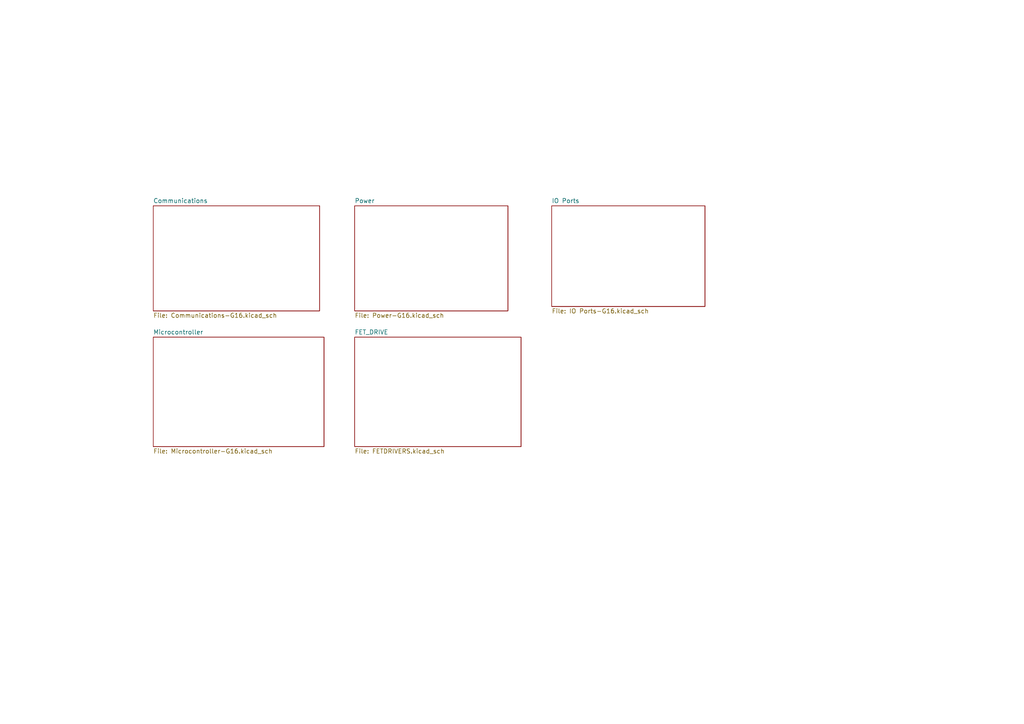
<source format=kicad_sch>
(kicad_sch
	(version 20250114)
	(generator "eeschema")
	(generator_version "9.0")
	(uuid "a29253d5-3031-4f43-a0bf-89c702fd3c62")
	(paper "A4")
	(title_block
		(title "Controller for Flooding Diorama")
		(date "2025-11-21")
		(rev "Revision 1")
		(company "Idaho State University College of Technology")
		(comment 1 "RCET Program")
		(comment 2 "Drawn By: Jacob Horsley")
	)
	(lib_symbols)
	(sheet
		(at 160.02 59.69)
		(size 44.45 29.21)
		(exclude_from_sim no)
		(in_bom yes)
		(on_board yes)
		(dnp no)
		(fields_autoplaced yes)
		(stroke
			(width 0.1524)
			(type solid)
		)
		(fill
			(color 0 0 0 0.0000)
		)
		(uuid "073d8b06-777b-498e-aca0-e4833ceef0ce")
		(property "Sheetname" "IO Ports"
			(at 160.02 58.9784 0)
			(effects
				(font
					(size 1.27 1.27)
				)
				(justify left bottom)
			)
		)
		(property "Sheetfile" "IO Ports-G16.kicad_sch"
			(at 160.02 89.4846 0)
			(effects
				(font
					(size 1.27 1.27)
				)
				(justify left top)
			)
		)
		(instances
			(project "FloodingPICPCB"
				(path "/a29253d5-3031-4f43-a0bf-89c702fd3c62"
					(page "6")
				)
			)
		)
	)
	(sheet
		(at 44.45 59.69)
		(size 48.26 30.48)
		(exclude_from_sim no)
		(in_bom yes)
		(on_board yes)
		(dnp no)
		(fields_autoplaced yes)
		(stroke
			(width 0.1524)
			(type solid)
		)
		(fill
			(color 0 0 0 0.0000)
		)
		(uuid "2bd8386d-811f-4f77-a6f6-3fb9106f110e")
		(property "Sheetname" "Communications"
			(at 44.45 58.9784 0)
			(effects
				(font
					(size 1.27 1.27)
				)
				(justify left bottom)
			)
		)
		(property "Sheetfile" "Communications-G16.kicad_sch"
			(at 44.45 90.7546 0)
			(effects
				(font
					(size 1.27 1.27)
				)
				(justify left top)
			)
		)
		(instances
			(project "FloodingPICPCB"
				(path "/a29253d5-3031-4f43-a0bf-89c702fd3c62"
					(page "3")
				)
			)
		)
	)
	(sheet
		(at 102.87 59.69)
		(size 44.45 30.48)
		(exclude_from_sim no)
		(in_bom yes)
		(on_board yes)
		(dnp no)
		(fields_autoplaced yes)
		(stroke
			(width 0.1524)
			(type solid)
		)
		(fill
			(color 0 0 0 0.0000)
		)
		(uuid "2dc4607f-0b53-4b15-ba37-c32f61271353")
		(property "Sheetname" "Power"
			(at 102.87 58.9784 0)
			(effects
				(font
					(size 1.27 1.27)
				)
				(justify left bottom)
			)
		)
		(property "Sheetfile" "Power-G16.kicad_sch"
			(at 102.87 90.7546 0)
			(effects
				(font
					(size 1.27 1.27)
				)
				(justify left top)
			)
		)
		(instances
			(project "FloodingPICPCB"
				(path "/a29253d5-3031-4f43-a0bf-89c702fd3c62"
					(page "6")
				)
			)
		)
	)
	(sheet
		(at 44.45 97.79)
		(size 49.53 31.75)
		(exclude_from_sim no)
		(in_bom yes)
		(on_board yes)
		(dnp no)
		(fields_autoplaced yes)
		(stroke
			(width 0.1524)
			(type solid)
		)
		(fill
			(color 0 0 0 0.0000)
		)
		(uuid "9de66430-c0df-43ad-88eb-c0ad159b6a22")
		(property "Sheetname" "Microcontroller"
			(at 44.45 97.0784 0)
			(effects
				(font
					(size 1.27 1.27)
				)
				(justify left bottom)
			)
		)
		(property "Sheetfile" "Microcontroller-G16.kicad_sch"
			(at 44.45 130.1246 0)
			(effects
				(font
					(size 1.27 1.27)
				)
				(justify left top)
			)
		)
		(instances
			(project "FloodingPICPCB"
				(path "/a29253d5-3031-4f43-a0bf-89c702fd3c62"
					(page "5")
				)
			)
		)
	)
	(sheet
		(at 102.87 97.79)
		(size 48.26 31.75)
		(exclude_from_sim no)
		(in_bom yes)
		(on_board yes)
		(dnp no)
		(fields_autoplaced yes)
		(stroke
			(width 0.1524)
			(type solid)
		)
		(fill
			(color 0 0 0 0.0000)
		)
		(uuid "dddb7d9f-0393-422d-a8f4-054b36ce4b66")
		(property "Sheetname" "FET_DRIVE"
			(at 102.87 97.0784 0)
			(effects
				(font
					(size 1.27 1.27)
				)
				(justify left bottom)
			)
		)
		(property "Sheetfile" "FETDRIVERS.kicad_sch"
			(at 102.87 130.1246 0)
			(effects
				(font
					(size 1.27 1.27)
				)
				(justify left top)
			)
		)
		(instances
			(project "FloodingPICPCB"
				(path "/a29253d5-3031-4f43-a0bf-89c702fd3c62"
					(page "7")
				)
			)
		)
	)
	(sheet_instances
		(path "/"
			(page "1")
		)
	)
	(embedded_fonts no)
)

</source>
